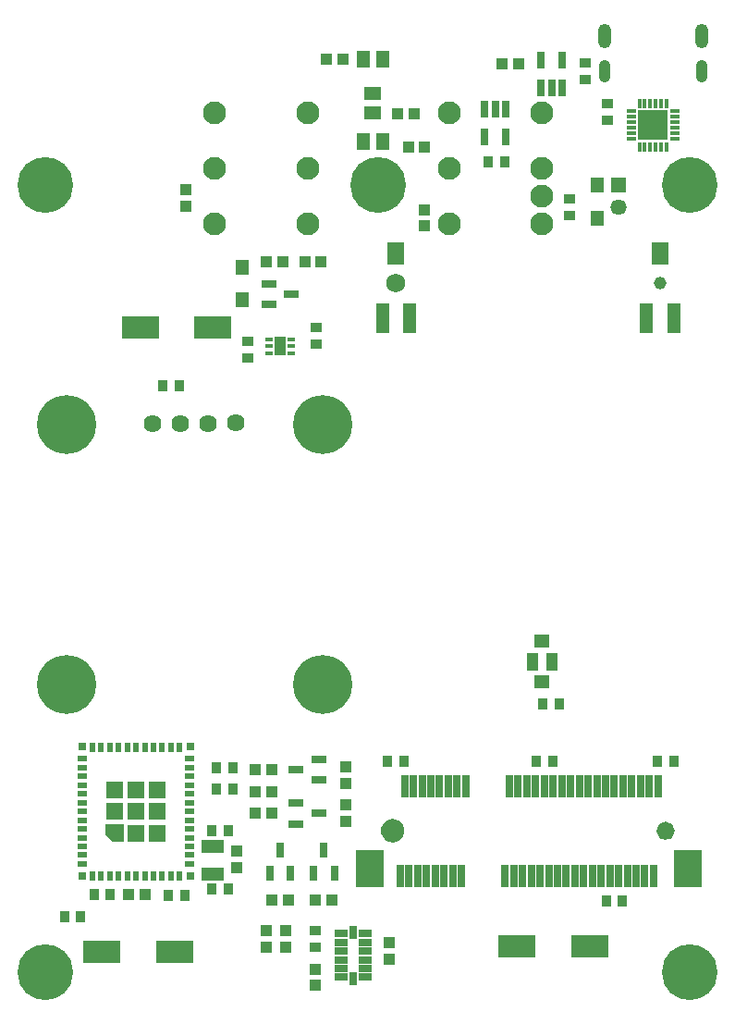
<source format=gts>
G04*
G04 #@! TF.GenerationSoftware,Altium Limited,Altium Designer,21.8.1 (53)*
G04*
G04 Layer_Color=8388736*
%FSLAX24Y24*%
%MOIN*%
G70*
G04*
G04 #@! TF.SameCoordinates,22B1FE7D-4BBE-461E-9046-B7CE90722CBB*
G04*
G04*
G04 #@! TF.FilePolarity,Negative*
G04*
G01*
G75*
%ADD41R,0.0433X0.0669*%
%ADD45R,0.0512X0.1102*%
%ADD46R,0.0630X0.0787*%
%ADD47R,0.0266X0.0846*%
%ADD48R,0.0999X0.1359*%
%ADD49R,0.0433X0.0374*%
%ADD50R,0.0531X0.0276*%
%ADD51R,0.0480X0.0528*%
%ADD52R,0.0374X0.0433*%
%ADD53R,0.1359X0.0789*%
%ADD54R,0.0276X0.0531*%
%ADD55R,0.0197X0.0354*%
%ADD56R,0.0354X0.0197*%
%ADD57R,0.0610X0.0610*%
%ADD58R,0.0315X0.0315*%
%ADD59R,0.0413X0.0394*%
%ADD60R,0.0394X0.0413*%
%ADD61R,0.0472X0.0610*%
%ADD62R,0.0610X0.0472*%
%ADD63R,0.0276X0.0591*%
%ADD64R,0.0551X0.0512*%
%ADD65R,0.1102X0.1102*%
%ADD66O,0.0354X0.0150*%
%ADD67O,0.0150X0.0354*%
%ADD68R,0.0787X0.0472*%
%ADD69R,0.0295X0.0177*%
%ADD70R,0.0256X0.0490*%
%ADD71R,0.0490X0.0256*%
%ADD72R,0.0578X0.0578*%
%ADD73C,0.0578*%
%ADD74C,0.0690*%
%ADD75C,0.0453*%
%ADD76C,0.0827*%
%ADD77C,0.0680*%
%ADD78C,0.0480*%
%ADD79O,0.0425X0.0811*%
%ADD80O,0.0465X0.0890*%
%ADD81C,0.2126*%
%ADD82C,0.0639*%
%ADD83C,0.2008*%
G36*
X3996Y6506D02*
Y5856D01*
X3606D01*
X3346Y6116D01*
Y6506D01*
X3996D01*
D02*
G37*
G36*
X13701Y6683D02*
X13591Y6669D01*
X13489Y6627D01*
X13401Y6559D01*
X13334Y6472D01*
X13292Y6369D01*
X13277Y6260D01*
X13292Y6150D01*
X13334Y6048D01*
X13401Y5960D01*
X13489Y5893D01*
X13591Y5851D01*
X13701Y5836D01*
D01*
X13810Y5851D01*
X13913Y5893D01*
X14000Y5960D01*
X14068Y6048D01*
X14110Y6150D01*
X14124Y6260D01*
X14110Y6369D01*
X14068Y6472D01*
X14000Y6559D01*
X13913Y6627D01*
X13810Y6669D01*
X13701Y6683D01*
D01*
D02*
G37*
G36*
X23543Y6583D02*
X23460Y6572D01*
X23382Y6539D01*
X23315Y6488D01*
X23264Y6421D01*
X23232Y6343D01*
X23221Y6260D01*
X23232Y6176D01*
X23264Y6098D01*
X23315Y6032D01*
X23382Y5980D01*
X23460Y5948D01*
X23543Y5937D01*
D01*
X23627Y5948D01*
X23705Y5980D01*
X23772Y6032D01*
X23823Y6098D01*
X23855Y6176D01*
X23866Y6260D01*
X23855Y6343D01*
X23823Y6421D01*
X23772Y6488D01*
X23705Y6539D01*
X23627Y6572D01*
X23543Y6583D01*
D01*
D02*
G37*
G36*
X19252Y12047D02*
Y12677D01*
X19646D01*
Y12047D01*
X19252D01*
D02*
G37*
G36*
X18543D02*
Y12677D01*
X18937D01*
Y12047D01*
X18543D01*
D02*
G37*
D41*
X9646Y23720D02*
D03*
D45*
X22858Y24744D02*
D03*
X23842D02*
D03*
X14314D02*
D03*
X13330D02*
D03*
D46*
X23350Y27067D02*
D03*
X13822D02*
D03*
D47*
X13976Y4646D02*
D03*
X17756D02*
D03*
X19331D02*
D03*
X20591D02*
D03*
X19961D02*
D03*
X18071D02*
D03*
X18701D02*
D03*
X19016D02*
D03*
X18386D02*
D03*
X20276D02*
D03*
X19646D02*
D03*
X20906D02*
D03*
X14134Y7874D02*
D03*
X14449D02*
D03*
X14764D02*
D03*
X15394D02*
D03*
X16024D02*
D03*
X16339D02*
D03*
X15079D02*
D03*
X15709D02*
D03*
X16181Y4646D02*
D03*
X15866D02*
D03*
X15236D02*
D03*
X14291D02*
D03*
X14921D02*
D03*
X15551D02*
D03*
X14606D02*
D03*
X22953Y7874D02*
D03*
X22638D02*
D03*
X21693D02*
D03*
X21063D02*
D03*
X23268D02*
D03*
X21378D02*
D03*
X22008D02*
D03*
X20748D02*
D03*
X22323D02*
D03*
X21850Y4646D02*
D03*
X22795D02*
D03*
X22480D02*
D03*
X21220D02*
D03*
X21535D02*
D03*
X22165D02*
D03*
X23110D02*
D03*
X20433Y7874D02*
D03*
X18228D02*
D03*
X18543D02*
D03*
X18858D02*
D03*
X17913D02*
D03*
X19803D02*
D03*
X20118D02*
D03*
X19173D02*
D03*
X19488D02*
D03*
D48*
X12884Y4882D02*
D03*
X24360D02*
D03*
D49*
X8465Y23307D02*
D03*
Y23898D02*
D03*
X10945Y24390D02*
D03*
Y23799D02*
D03*
X20630Y33917D02*
D03*
Y33327D02*
D03*
X21457Y31870D02*
D03*
Y32461D02*
D03*
X10906Y2067D02*
D03*
Y2657D02*
D03*
X20079Y29035D02*
D03*
Y28445D02*
D03*
D50*
X10059Y25591D02*
D03*
X9232Y25215D02*
D03*
Y25967D02*
D03*
X11043Y6890D02*
D03*
X10217Y6514D02*
D03*
Y7266D02*
D03*
X11043Y8089D02*
D03*
Y8841D02*
D03*
X10217Y8465D02*
D03*
D51*
X8268Y25394D02*
D03*
Y26575D02*
D03*
X21063Y28346D02*
D03*
Y29528D02*
D03*
D52*
X6004Y22308D02*
D03*
X5413D02*
D03*
X7776Y6260D02*
D03*
X7185D02*
D03*
X7776Y4173D02*
D03*
X7185D02*
D03*
X21398Y3740D02*
D03*
X21988D02*
D03*
X17736Y30354D02*
D03*
X17146D02*
D03*
X19114Y10827D02*
D03*
X19705D02*
D03*
X23248Y8780D02*
D03*
X23839D02*
D03*
X18878D02*
D03*
X19468D02*
D03*
X14114D02*
D03*
X13524D02*
D03*
X3524Y3962D02*
D03*
X2934D02*
D03*
X7343Y8543D02*
D03*
X7933D02*
D03*
X7343Y7756D02*
D03*
X7933D02*
D03*
X5610Y3937D02*
D03*
X6201D02*
D03*
X1870Y3165D02*
D03*
X2461D02*
D03*
D53*
X4596Y24409D02*
D03*
X7216D02*
D03*
X20798Y2087D02*
D03*
X18178D02*
D03*
X3218Y1890D02*
D03*
X5838D02*
D03*
D54*
X9646Y5563D02*
D03*
X10022Y4736D02*
D03*
X9270D02*
D03*
X10844D02*
D03*
X11596D02*
D03*
X11220Y5563D02*
D03*
D55*
X2874Y4636D02*
D03*
X3189D02*
D03*
X3504D02*
D03*
X3819D02*
D03*
X4134D02*
D03*
X4449D02*
D03*
X4764D02*
D03*
X5079D02*
D03*
X5394D02*
D03*
X5709D02*
D03*
X6024D02*
D03*
Y9281D02*
D03*
X5709D02*
D03*
X5394D02*
D03*
X5079D02*
D03*
X4764D02*
D03*
X4449D02*
D03*
X4134D02*
D03*
X3819D02*
D03*
X3504D02*
D03*
X3189D02*
D03*
X2874D02*
D03*
D56*
X6378Y5069D02*
D03*
Y5384D02*
D03*
Y5699D02*
D03*
Y6014D02*
D03*
Y6329D02*
D03*
Y6644D02*
D03*
Y6959D02*
D03*
Y7274D02*
D03*
Y7589D02*
D03*
Y7904D02*
D03*
Y8219D02*
D03*
Y8533D02*
D03*
Y8848D02*
D03*
X2520D02*
D03*
Y8533D02*
D03*
Y8219D02*
D03*
Y7904D02*
D03*
Y7589D02*
D03*
Y7274D02*
D03*
Y6959D02*
D03*
Y6644D02*
D03*
Y6329D02*
D03*
Y6014D02*
D03*
Y5699D02*
D03*
Y5384D02*
D03*
Y5069D02*
D03*
D57*
X4449Y6959D02*
D03*
X3671Y7736D02*
D03*
Y6959D02*
D03*
X4449Y6181D02*
D03*
X5226D02*
D03*
Y6959D02*
D03*
Y7736D02*
D03*
X4449D02*
D03*
D58*
X2500Y4616D02*
D03*
X6398D02*
D03*
Y9301D02*
D03*
X2500D02*
D03*
D59*
X8071Y4941D02*
D03*
Y5531D02*
D03*
X12008Y7972D02*
D03*
Y8563D02*
D03*
X9134Y2657D02*
D03*
Y2067D02*
D03*
X14843Y28051D02*
D03*
Y28642D02*
D03*
X9843Y2067D02*
D03*
Y2657D02*
D03*
X10906Y689D02*
D03*
Y1280D02*
D03*
X13582Y1624D02*
D03*
Y2215D02*
D03*
X12008Y7185D02*
D03*
Y6594D02*
D03*
X6260Y28760D02*
D03*
Y29350D02*
D03*
D60*
X9350Y3772D02*
D03*
X9941D02*
D03*
X11516D02*
D03*
X10925D02*
D03*
X18236Y33898D02*
D03*
X17646D02*
D03*
X4193Y3976D02*
D03*
X4783D02*
D03*
X14862Y30906D02*
D03*
X14272D02*
D03*
X13878Y32087D02*
D03*
X14468D02*
D03*
X9350Y6890D02*
D03*
X8760D02*
D03*
Y8465D02*
D03*
X9350D02*
D03*
X8760Y7677D02*
D03*
X9350D02*
D03*
X11319Y34055D02*
D03*
X11909D02*
D03*
X10532Y26772D02*
D03*
X11122D02*
D03*
X9744D02*
D03*
X9154D02*
D03*
D61*
X12638Y34055D02*
D03*
X13346D02*
D03*
Y31102D02*
D03*
X12638D02*
D03*
D62*
X12992Y32835D02*
D03*
Y32126D02*
D03*
D63*
X17776Y31280D02*
D03*
X17028D02*
D03*
Y32264D02*
D03*
X17402D02*
D03*
X17776D02*
D03*
X19060Y34020D02*
D03*
X19808D02*
D03*
Y33035D02*
D03*
X19434D02*
D03*
X19060D02*
D03*
D64*
X19094Y11634D02*
D03*
Y13091D02*
D03*
D65*
X23086Y31693D02*
D03*
D66*
X23878Y32185D02*
D03*
X23878Y31988D02*
D03*
X23878Y31791D02*
D03*
X23878Y31594D02*
D03*
X23878Y31398D02*
D03*
X23878Y31201D02*
D03*
X22303D02*
D03*
X22303Y31398D02*
D03*
X22303Y31594D02*
D03*
X22303Y31791D02*
D03*
X22303Y31988D02*
D03*
X22303Y32185D02*
D03*
D67*
X23580Y30906D02*
D03*
X23386D02*
D03*
X23189D02*
D03*
X22992D02*
D03*
X22795D02*
D03*
X22599D02*
D03*
Y32480D02*
D03*
X22795D02*
D03*
X22992D02*
D03*
X23189D02*
D03*
X23386D02*
D03*
X23583D02*
D03*
D68*
X7205Y5689D02*
D03*
Y4705D02*
D03*
D69*
X10059Y23976D02*
D03*
Y23720D02*
D03*
Y23465D02*
D03*
X9232D02*
D03*
Y23720D02*
D03*
Y23976D02*
D03*
D70*
X12283Y2598D02*
D03*
Y946D02*
D03*
D71*
X12715Y2559D02*
D03*
Y2244D02*
D03*
Y1929D02*
D03*
Y1614D02*
D03*
Y1299D02*
D03*
Y984D02*
D03*
X11852D02*
D03*
Y1299D02*
D03*
Y1614D02*
D03*
Y1929D02*
D03*
Y2244D02*
D03*
Y2559D02*
D03*
D72*
X21831Y29528D02*
D03*
D73*
Y28740D02*
D03*
D74*
X13822Y25984D02*
D03*
D75*
X23350D02*
D03*
D76*
X7283Y30118D02*
D03*
Y28118D02*
D03*
Y32118D02*
D03*
X10630Y32118D02*
D03*
Y28118D02*
D03*
Y30118D02*
D03*
X15748D02*
D03*
Y28118D02*
D03*
Y32118D02*
D03*
X19094Y32118D02*
D03*
Y30118D02*
D03*
Y29118D02*
D03*
Y28118D02*
D03*
D77*
X13701Y6260D02*
D03*
D78*
X23543Y6260D02*
D03*
D79*
X21358Y33632D02*
D03*
X24862D02*
D03*
D80*
X21358Y34892D02*
D03*
X24862D02*
D03*
D81*
X11183Y11522D02*
D03*
X1931D02*
D03*
X11183Y20893D02*
D03*
X1931D02*
D03*
D82*
X8057Y20953D02*
D03*
X7057Y20932D02*
D03*
X6057D02*
D03*
X5057D02*
D03*
D83*
X1181Y1181D02*
D03*
X24409D02*
D03*
Y29528D02*
D03*
X1181D02*
D03*
X13189D02*
D03*
M02*

</source>
